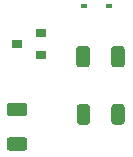
<source format=gtp>
G04 #@! TF.GenerationSoftware,KiCad,Pcbnew,5.1.12-84ad8e8a86~92~ubuntu20.04.1*
G04 #@! TF.CreationDate,2022-01-29T12:50:19-06:00*
G04 #@! TF.ProjectId,TICK_AC,5449434b-5f41-4432-9e6b-696361645f70,rev?*
G04 #@! TF.SameCoordinates,Original*
G04 #@! TF.FileFunction,Paste,Top*
G04 #@! TF.FilePolarity,Positive*
%FSLAX46Y46*%
G04 Gerber Fmt 4.6, Leading zero omitted, Abs format (unit mm)*
G04 Created by KiCad (PCBNEW 5.1.12-84ad8e8a86~92~ubuntu20.04.1) date 2022-01-29 12:50:19*
%MOMM*%
%LPD*%
G01*
G04 APERTURE LIST*
%ADD10R,0.600000X0.450000*%
%ADD11R,0.900000X0.800000*%
G04 APERTURE END LIST*
D10*
X141410400Y-98450400D03*
X139310400Y-98450400D03*
G36*
G01*
X133029799Y-109535800D02*
X134279801Y-109535800D01*
G75*
G02*
X134529800Y-109785799I0J-249999D01*
G01*
X134529800Y-110410801D01*
G75*
G02*
X134279801Y-110660800I-249999J0D01*
G01*
X133029799Y-110660800D01*
G75*
G02*
X132779800Y-110410801I0J249999D01*
G01*
X132779800Y-109785799D01*
G75*
G02*
X133029799Y-109535800I249999J0D01*
G01*
G37*
G36*
G01*
X133029799Y-106610800D02*
X134279801Y-106610800D01*
G75*
G02*
X134529800Y-106860799I0J-249999D01*
G01*
X134529800Y-107485801D01*
G75*
G02*
X134279801Y-107735800I-249999J0D01*
G01*
X133029799Y-107735800D01*
G75*
G02*
X132779800Y-107485801I0J249999D01*
G01*
X132779800Y-106860799D01*
G75*
G02*
X133029799Y-106610800I249999J0D01*
G01*
G37*
D11*
X133645400Y-101650800D03*
X135645400Y-100700800D03*
X135645400Y-102600800D03*
G36*
G01*
X138716400Y-108219401D02*
X138716400Y-106969399D01*
G75*
G02*
X138966399Y-106719400I249999J0D01*
G01*
X139591401Y-106719400D01*
G75*
G02*
X139841400Y-106969399I0J-249999D01*
G01*
X139841400Y-108219401D01*
G75*
G02*
X139591401Y-108469400I-249999J0D01*
G01*
X138966399Y-108469400D01*
G75*
G02*
X138716400Y-108219401I0J249999D01*
G01*
G37*
G36*
G01*
X141641400Y-108219401D02*
X141641400Y-106969399D01*
G75*
G02*
X141891399Y-106719400I249999J0D01*
G01*
X142516401Y-106719400D01*
G75*
G02*
X142766400Y-106969399I0J-249999D01*
G01*
X142766400Y-108219401D01*
G75*
G02*
X142516401Y-108469400I-249999J0D01*
G01*
X141891399Y-108469400D01*
G75*
G02*
X141641400Y-108219401I0J249999D01*
G01*
G37*
G36*
G01*
X141616000Y-103367601D02*
X141616000Y-102067599D01*
G75*
G02*
X141865999Y-101817600I249999J0D01*
G01*
X142516001Y-101817600D01*
G75*
G02*
X142766000Y-102067599I0J-249999D01*
G01*
X142766000Y-103367601D01*
G75*
G02*
X142516001Y-103617600I-249999J0D01*
G01*
X141865999Y-103617600D01*
G75*
G02*
X141616000Y-103367601I0J249999D01*
G01*
G37*
G36*
G01*
X138666000Y-103367601D02*
X138666000Y-102067599D01*
G75*
G02*
X138915999Y-101817600I249999J0D01*
G01*
X139566001Y-101817600D01*
G75*
G02*
X139816000Y-102067599I0J-249999D01*
G01*
X139816000Y-103367601D01*
G75*
G02*
X139566001Y-103617600I-249999J0D01*
G01*
X138915999Y-103617600D01*
G75*
G02*
X138666000Y-103367601I0J249999D01*
G01*
G37*
M02*

</source>
